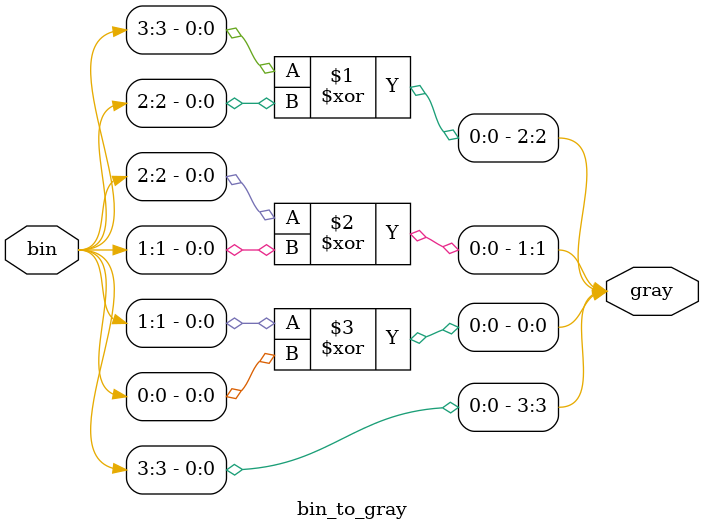
<source format=v>
module bin_to_gray(
    input [3:0] bin,
    output [3:0] gray
);
    assign gray[3] = bin[3];
    assign gray[2] = bin[3] ^ bin[2];
    assign gray[1] = bin[2] ^ bin[1];
    assign gray[0] = bin[1] ^ bin[0];
endmodule

</source>
